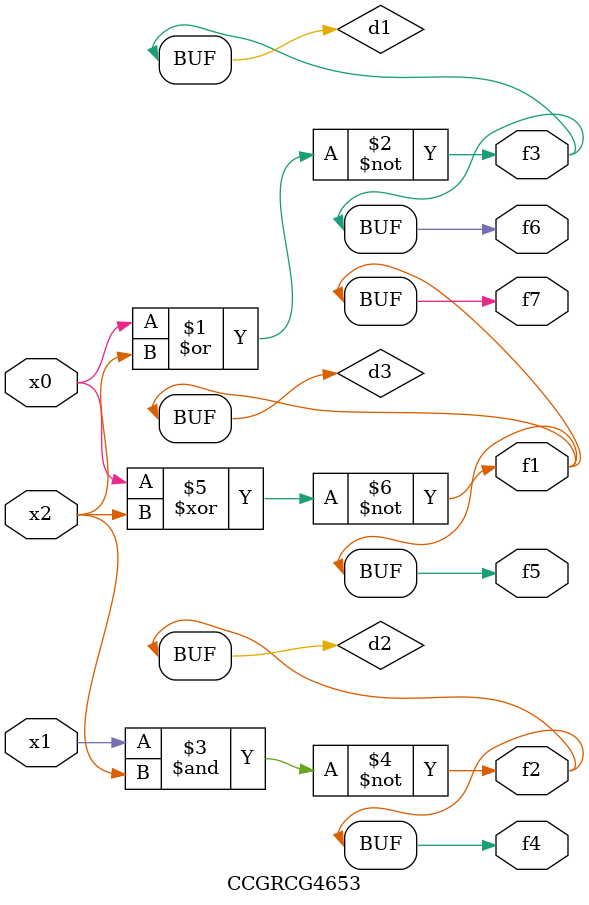
<source format=v>
module CCGRCG4653(
	input x0, x1, x2,
	output f1, f2, f3, f4, f5, f6, f7
);

	wire d1, d2, d3;

	nor (d1, x0, x2);
	nand (d2, x1, x2);
	xnor (d3, x0, x2);
	assign f1 = d3;
	assign f2 = d2;
	assign f3 = d1;
	assign f4 = d2;
	assign f5 = d3;
	assign f6 = d1;
	assign f7 = d3;
endmodule

</source>
